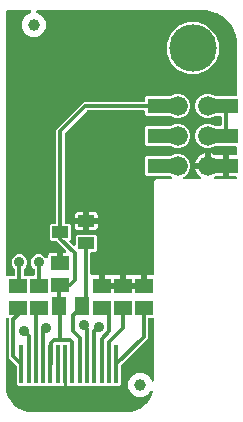
<source format=gbr>
G04 EAGLE Gerber RS-274X export*
G75*
%MOMM*%
%FSLAX34Y34*%
%LPD*%
%INBottom Copper*%
%IPPOS*%
%AMOC8*
5,1,8,0,0,1.08239X$1,22.5*%
G01*
%ADD10C,4.016000*%
%ADD11C,1.676400*%
%ADD12R,2.032000X1.270000*%
%ADD13C,1.000000*%
%ADD14R,0.350000X3.200000*%
%ADD15R,1.500000X1.240000*%
%ADD16R,1.400000X1.000000*%
%ADD17R,1.240000X1.500000*%
%ADD18C,0.906400*%
%ADD19C,0.304800*%

G36*
X100448Y-24774D02*
X100448Y-24774D01*
X100567Y-24767D01*
X100605Y-24754D01*
X100645Y-24749D01*
X100756Y-24705D01*
X100869Y-24669D01*
X100904Y-24647D01*
X100941Y-24632D01*
X101037Y-24562D01*
X101138Y-24499D01*
X101166Y-24469D01*
X101198Y-24445D01*
X101274Y-24354D01*
X101356Y-24267D01*
X101375Y-24232D01*
X101401Y-24200D01*
X101452Y-24093D01*
X101509Y-23989D01*
X101520Y-23949D01*
X101537Y-23913D01*
X101559Y-23796D01*
X101589Y-23681D01*
X101593Y-23620D01*
X101597Y-23600D01*
X101595Y-23580D01*
X101599Y-23520D01*
X101599Y-22249D01*
X101601Y-22249D01*
X101601Y-23520D01*
X101616Y-23638D01*
X101623Y-23757D01*
X101636Y-23795D01*
X101641Y-23835D01*
X101685Y-23946D01*
X101721Y-24059D01*
X101743Y-24094D01*
X101758Y-24131D01*
X101828Y-24227D01*
X101891Y-24328D01*
X101921Y-24356D01*
X101945Y-24388D01*
X102036Y-24464D01*
X102123Y-24546D01*
X102158Y-24565D01*
X102190Y-24591D01*
X102297Y-24642D01*
X102401Y-24699D01*
X102441Y-24710D01*
X102477Y-24727D01*
X102594Y-24749D01*
X102709Y-24779D01*
X102770Y-24783D01*
X102790Y-24787D01*
X102810Y-24785D01*
X102870Y-24789D01*
X118110Y-24789D01*
X118228Y-24774D01*
X118347Y-24767D01*
X118385Y-24754D01*
X118425Y-24749D01*
X118536Y-24705D01*
X118649Y-24669D01*
X118684Y-24647D01*
X118721Y-24632D01*
X118817Y-24562D01*
X118918Y-24499D01*
X118946Y-24469D01*
X118978Y-24445D01*
X119054Y-24354D01*
X119136Y-24267D01*
X119155Y-24232D01*
X119181Y-24200D01*
X119232Y-24093D01*
X119289Y-23989D01*
X119300Y-23949D01*
X119317Y-23913D01*
X119339Y-23796D01*
X119369Y-23681D01*
X119373Y-23620D01*
X119377Y-23600D01*
X119375Y-23580D01*
X119379Y-23520D01*
X119379Y-22249D01*
X120650Y-22249D01*
X120768Y-22234D01*
X120887Y-22227D01*
X120925Y-22214D01*
X120965Y-22209D01*
X121076Y-22165D01*
X121189Y-22129D01*
X121224Y-22107D01*
X121261Y-22092D01*
X121357Y-22022D01*
X121458Y-21959D01*
X121486Y-21929D01*
X121518Y-21905D01*
X121594Y-21814D01*
X121676Y-21727D01*
X121695Y-21692D01*
X121721Y-21660D01*
X121772Y-21553D01*
X121829Y-21449D01*
X121840Y-21409D01*
X121857Y-21373D01*
X121879Y-21256D01*
X121909Y-21141D01*
X121913Y-21080D01*
X121917Y-21060D01*
X121915Y-21040D01*
X121919Y-20980D01*
X121919Y-13509D01*
X127000Y-13509D01*
X127118Y-13494D01*
X127237Y-13487D01*
X127275Y-13474D01*
X127316Y-13469D01*
X127426Y-13426D01*
X127539Y-13389D01*
X127574Y-13367D01*
X127611Y-13352D01*
X127707Y-13283D01*
X127808Y-13219D01*
X127836Y-13189D01*
X127869Y-13166D01*
X127945Y-13074D01*
X128026Y-12987D01*
X128046Y-12952D01*
X128071Y-12921D01*
X128122Y-12813D01*
X128180Y-12709D01*
X128190Y-12669D01*
X128207Y-12633D01*
X128229Y-12516D01*
X128259Y-12401D01*
X128263Y-12341D01*
X128267Y-12321D01*
X128265Y-12300D01*
X128269Y-12240D01*
X128269Y66076D01*
X129758Y67565D01*
X142079Y67565D01*
X142148Y67573D01*
X142218Y67572D01*
X142305Y67593D01*
X142394Y67605D01*
X142459Y67630D01*
X142527Y67647D01*
X142607Y67689D01*
X142690Y67722D01*
X142746Y67763D01*
X142808Y67795D01*
X142875Y67856D01*
X142947Y67908D01*
X142992Y67962D01*
X143043Y68009D01*
X143093Y68084D01*
X143150Y68153D01*
X143180Y68217D01*
X143218Y68275D01*
X143247Y68360D01*
X143286Y68441D01*
X143299Y68510D01*
X143321Y68576D01*
X143329Y68665D01*
X143345Y68753D01*
X143341Y68823D01*
X143347Y68893D01*
X143331Y68981D01*
X143326Y69071D01*
X143304Y69137D01*
X143292Y69206D01*
X143255Y69288D01*
X143228Y69373D01*
X143190Y69432D01*
X143162Y69496D01*
X143106Y69566D01*
X143058Y69642D01*
X143007Y69690D01*
X142963Y69744D01*
X142891Y69798D01*
X142826Y69860D01*
X142765Y69894D01*
X142709Y69936D01*
X142564Y70007D01*
X142183Y70165D01*
X142108Y70240D01*
X142030Y70300D01*
X141957Y70368D01*
X141904Y70397D01*
X141857Y70434D01*
X141766Y70474D01*
X141679Y70522D01*
X141620Y70537D01*
X141565Y70561D01*
X141467Y70576D01*
X141371Y70601D01*
X141271Y70607D01*
X141251Y70611D01*
X141238Y70609D01*
X141210Y70611D01*
X121840Y70611D01*
X120649Y71802D01*
X120649Y86186D01*
X121840Y87377D01*
X141210Y87377D01*
X141309Y87389D01*
X141408Y87392D01*
X141466Y87409D01*
X141526Y87417D01*
X141618Y87453D01*
X141713Y87481D01*
X141765Y87511D01*
X141822Y87534D01*
X141902Y87592D01*
X141987Y87642D01*
X142062Y87708D01*
X142079Y87720D01*
X142087Y87730D01*
X142108Y87748D01*
X142183Y87823D01*
X146010Y89409D01*
X150154Y89409D01*
X153981Y87823D01*
X156911Y84893D01*
X158497Y81066D01*
X158497Y76922D01*
X156911Y73095D01*
X153981Y70165D01*
X153600Y70007D01*
X153539Y69972D01*
X153474Y69946D01*
X153401Y69894D01*
X153323Y69849D01*
X153273Y69801D01*
X153217Y69760D01*
X153159Y69690D01*
X153095Y69628D01*
X153058Y69568D01*
X153014Y69515D01*
X152976Y69433D01*
X152929Y69357D01*
X152908Y69290D01*
X152878Y69227D01*
X152861Y69139D01*
X152835Y69053D01*
X152832Y68983D01*
X152819Y68914D01*
X152824Y68825D01*
X152820Y68735D01*
X152834Y68667D01*
X152838Y68597D01*
X152866Y68512D01*
X152884Y68424D01*
X152915Y68361D01*
X152936Y68295D01*
X152984Y68219D01*
X153024Y68138D01*
X153069Y68085D01*
X153106Y68026D01*
X153172Y67964D01*
X153230Y67896D01*
X153287Y67856D01*
X153338Y67808D01*
X153417Y67765D01*
X153490Y67713D01*
X153555Y67688D01*
X153617Y67654D01*
X153704Y67632D01*
X153788Y67600D01*
X153857Y67592D01*
X153925Y67575D01*
X154085Y67565D01*
X166724Y67565D01*
X166803Y67575D01*
X166883Y67575D01*
X166960Y67595D01*
X167039Y67605D01*
X167113Y67634D01*
X167191Y67654D01*
X167261Y67692D01*
X167335Y67722D01*
X167400Y67768D01*
X167469Y67807D01*
X167528Y67861D01*
X167592Y67908D01*
X167643Y67970D01*
X167701Y68024D01*
X167744Y68092D01*
X167795Y68153D01*
X167829Y68225D01*
X167872Y68293D01*
X167897Y68369D01*
X167931Y68441D01*
X167946Y68519D01*
X167970Y68595D01*
X167976Y68675D01*
X167991Y68753D01*
X167986Y68833D01*
X167991Y68913D01*
X167976Y68991D01*
X167971Y69071D01*
X167946Y69147D01*
X167931Y69225D01*
X167897Y69297D01*
X167873Y69373D01*
X167830Y69441D01*
X167796Y69513D01*
X167745Y69574D01*
X167703Y69642D01*
X167645Y69697D01*
X167594Y69758D01*
X167472Y69859D01*
X167471Y69860D01*
X167470Y69861D01*
X166366Y70663D01*
X165151Y71878D01*
X164140Y73269D01*
X163359Y74801D01*
X162828Y76436D01*
X162819Y76495D01*
X172252Y76495D01*
X172370Y76510D01*
X172489Y76517D01*
X172527Y76529D01*
X172567Y76535D01*
X172678Y76578D01*
X172791Y76615D01*
X172825Y76637D01*
X172863Y76652D01*
X172959Y76721D01*
X173060Y76785D01*
X173088Y76815D01*
X173120Y76838D01*
X173196Y76930D01*
X173278Y77017D01*
X173297Y77052D01*
X173323Y77083D01*
X173374Y77191D01*
X173431Y77295D01*
X173441Y77335D01*
X173459Y77371D01*
X173479Y77478D01*
X173483Y77448D01*
X173527Y77338D01*
X173563Y77225D01*
X173585Y77190D01*
X173600Y77153D01*
X173670Y77056D01*
X173733Y76956D01*
X173763Y76928D01*
X173787Y76895D01*
X173878Y76819D01*
X173965Y76738D01*
X174000Y76718D01*
X174032Y76693D01*
X174139Y76642D01*
X174244Y76584D01*
X174283Y76574D01*
X174319Y76557D01*
X174436Y76535D01*
X174552Y76505D01*
X174612Y76501D01*
X174632Y76497D01*
X174652Y76499D01*
X174712Y76495D01*
X185321Y76495D01*
X185346Y76486D01*
X185406Y76480D01*
X185464Y76465D01*
X185625Y76455D01*
X186183Y76455D01*
X186183Y70103D01*
X180240Y70103D01*
X180186Y70096D01*
X180132Y70099D01*
X180029Y70077D01*
X179925Y70063D01*
X179874Y70043D01*
X179821Y70032D01*
X179673Y69969D01*
X179672Y69969D01*
X179652Y69955D01*
X179629Y69946D01*
X179520Y69867D01*
X179408Y69792D01*
X179392Y69774D01*
X179372Y69760D01*
X179286Y69656D01*
X179196Y69556D01*
X179185Y69534D01*
X179169Y69515D01*
X179112Y69393D01*
X179049Y69273D01*
X179044Y69249D01*
X179033Y69227D01*
X179008Y69095D01*
X178977Y68964D01*
X178978Y68939D01*
X178973Y68914D01*
X178982Y68780D01*
X178985Y68646D01*
X178992Y68622D01*
X178993Y68597D01*
X179035Y68469D01*
X179071Y68340D01*
X179084Y68318D01*
X179091Y68295D01*
X179163Y68181D01*
X179231Y68064D01*
X179248Y68047D01*
X179261Y68026D01*
X179359Y67934D01*
X179454Y67838D01*
X179475Y67825D01*
X179493Y67808D01*
X179611Y67743D01*
X179726Y67673D01*
X179750Y67666D01*
X179771Y67654D01*
X179902Y67621D01*
X180031Y67582D01*
X180055Y67581D01*
X180079Y67575D01*
X180240Y67565D01*
X196850Y67565D01*
X196968Y67580D01*
X197087Y67587D01*
X197125Y67600D01*
X197166Y67605D01*
X197276Y67648D01*
X197389Y67685D01*
X197424Y67707D01*
X197461Y67722D01*
X197557Y67791D01*
X197658Y67855D01*
X197686Y67885D01*
X197719Y67908D01*
X197795Y68000D01*
X197876Y68087D01*
X197896Y68122D01*
X197921Y68153D01*
X197972Y68261D01*
X198030Y68365D01*
X198040Y68405D01*
X198057Y68441D01*
X198079Y68558D01*
X198109Y68673D01*
X198113Y68734D01*
X198117Y68754D01*
X198115Y68774D01*
X198119Y68834D01*
X198104Y68952D01*
X198097Y69071D01*
X198084Y69109D01*
X198079Y69150D01*
X198036Y69260D01*
X197999Y69373D01*
X197977Y69408D01*
X197962Y69445D01*
X197893Y69541D01*
X197829Y69642D01*
X197799Y69670D01*
X197776Y69703D01*
X197684Y69779D01*
X197597Y69860D01*
X197562Y69880D01*
X197531Y69905D01*
X197423Y69956D01*
X197319Y70014D01*
X197279Y70024D01*
X197243Y70041D01*
X197126Y70063D01*
X197011Y70093D01*
X196951Y70097D01*
X196931Y70101D01*
X196910Y70099D01*
X196850Y70103D01*
X191261Y70103D01*
X191261Y77724D01*
X191246Y77842D01*
X191239Y77961D01*
X191226Y77999D01*
X191221Y78039D01*
X191177Y78150D01*
X191141Y78263D01*
X191119Y78298D01*
X191104Y78335D01*
X191034Y78431D01*
X190971Y78532D01*
X190941Y78560D01*
X190917Y78592D01*
X190826Y78668D01*
X190739Y78750D01*
X190704Y78769D01*
X190672Y78795D01*
X190565Y78846D01*
X190461Y78903D01*
X190421Y78914D01*
X190385Y78931D01*
X190268Y78953D01*
X190153Y78983D01*
X190092Y78987D01*
X190072Y78991D01*
X190052Y78989D01*
X189992Y78993D01*
X188721Y78993D01*
X188721Y78995D01*
X189992Y78995D01*
X190110Y79010D01*
X190229Y79017D01*
X190267Y79030D01*
X190307Y79035D01*
X190418Y79079D01*
X190531Y79115D01*
X190566Y79137D01*
X190603Y79152D01*
X190699Y79222D01*
X190800Y79285D01*
X190828Y79315D01*
X190860Y79339D01*
X190936Y79430D01*
X191018Y79517D01*
X191037Y79552D01*
X191063Y79584D01*
X191114Y79691D01*
X191171Y79795D01*
X191182Y79835D01*
X191199Y79871D01*
X191221Y79988D01*
X191251Y80103D01*
X191255Y80164D01*
X191259Y80184D01*
X191257Y80204D01*
X191261Y80264D01*
X191261Y87885D01*
X196850Y87885D01*
X196968Y87900D01*
X197087Y87907D01*
X197125Y87920D01*
X197166Y87925D01*
X197276Y87968D01*
X197389Y88005D01*
X197424Y88027D01*
X197461Y88042D01*
X197557Y88111D01*
X197658Y88175D01*
X197686Y88205D01*
X197719Y88228D01*
X197795Y88320D01*
X197876Y88407D01*
X197896Y88442D01*
X197921Y88473D01*
X197972Y88581D01*
X198030Y88685D01*
X198040Y88725D01*
X198057Y88761D01*
X198079Y88878D01*
X198109Y88993D01*
X198113Y89053D01*
X198117Y89073D01*
X198115Y89094D01*
X198119Y89154D01*
X198119Y94742D01*
X198104Y94860D01*
X198097Y94979D01*
X198084Y95017D01*
X198079Y95058D01*
X198036Y95168D01*
X197999Y95281D01*
X197977Y95316D01*
X197962Y95353D01*
X197893Y95449D01*
X197829Y95550D01*
X197799Y95578D01*
X197776Y95611D01*
X197684Y95687D01*
X197597Y95768D01*
X197562Y95788D01*
X197531Y95813D01*
X197423Y95864D01*
X197319Y95922D01*
X197279Y95932D01*
X197243Y95949D01*
X197126Y95971D01*
X197011Y96001D01*
X196951Y96005D01*
X196931Y96009D01*
X196910Y96007D01*
X196850Y96011D01*
X180354Y96011D01*
X180255Y95999D01*
X180156Y95996D01*
X180098Y95979D01*
X180038Y95971D01*
X179946Y95935D01*
X179851Y95907D01*
X179799Y95877D01*
X179742Y95854D01*
X179662Y95796D01*
X179577Y95746D01*
X179502Y95680D01*
X179485Y95668D01*
X179477Y95658D01*
X179456Y95640D01*
X179381Y95565D01*
X175554Y93979D01*
X171410Y93979D01*
X167583Y95565D01*
X164653Y98495D01*
X163067Y102322D01*
X163067Y106466D01*
X164653Y110293D01*
X167583Y113223D01*
X171410Y114809D01*
X175554Y114809D01*
X179381Y113223D01*
X179456Y113148D01*
X179534Y113088D01*
X179607Y113020D01*
X179660Y112991D01*
X179707Y112954D01*
X179798Y112914D01*
X179885Y112866D01*
X179944Y112851D01*
X179999Y112827D01*
X180097Y112812D01*
X180193Y112787D01*
X180293Y112781D01*
X180313Y112777D01*
X180326Y112779D01*
X180354Y112777D01*
X183896Y112777D01*
X184014Y112792D01*
X184133Y112799D01*
X184171Y112812D01*
X184212Y112817D01*
X184322Y112860D01*
X184435Y112897D01*
X184470Y112919D01*
X184507Y112934D01*
X184603Y113003D01*
X184704Y113067D01*
X184732Y113097D01*
X184765Y113120D01*
X184841Y113212D01*
X184922Y113299D01*
X184942Y113334D01*
X184967Y113365D01*
X185018Y113473D01*
X185076Y113577D01*
X185086Y113617D01*
X185103Y113653D01*
X185125Y113770D01*
X185155Y113885D01*
X185159Y113945D01*
X185163Y113965D01*
X185161Y113986D01*
X185165Y114046D01*
X185165Y120142D01*
X185150Y120260D01*
X185143Y120379D01*
X185130Y120417D01*
X185125Y120458D01*
X185082Y120568D01*
X185045Y120681D01*
X185023Y120716D01*
X185008Y120753D01*
X184939Y120849D01*
X184875Y120950D01*
X184845Y120978D01*
X184822Y121011D01*
X184730Y121087D01*
X184643Y121168D01*
X184608Y121188D01*
X184577Y121213D01*
X184469Y121264D01*
X184365Y121322D01*
X184325Y121332D01*
X184289Y121349D01*
X184172Y121371D01*
X184057Y121401D01*
X183997Y121405D01*
X183977Y121409D01*
X183956Y121407D01*
X183896Y121411D01*
X180354Y121411D01*
X180255Y121399D01*
X180156Y121396D01*
X180098Y121379D01*
X180038Y121371D01*
X179946Y121335D01*
X179851Y121307D01*
X179799Y121277D01*
X179742Y121254D01*
X179662Y121196D01*
X179577Y121146D01*
X179502Y121080D01*
X179485Y121068D01*
X179477Y121058D01*
X179456Y121040D01*
X179381Y120965D01*
X175554Y119379D01*
X171410Y119379D01*
X167583Y120965D01*
X164653Y123895D01*
X163067Y127722D01*
X163067Y131866D01*
X164653Y135693D01*
X167583Y138623D01*
X171410Y140209D01*
X175554Y140209D01*
X179381Y138623D01*
X179456Y138548D01*
X179534Y138488D01*
X179607Y138420D01*
X179660Y138391D01*
X179707Y138354D01*
X179798Y138314D01*
X179885Y138266D01*
X179944Y138251D01*
X179999Y138227D01*
X180097Y138212D01*
X180193Y138187D01*
X180293Y138181D01*
X180313Y138177D01*
X180326Y138179D01*
X180354Y138177D01*
X196850Y138177D01*
X196968Y138192D01*
X197087Y138199D01*
X197125Y138212D01*
X197166Y138217D01*
X197276Y138260D01*
X197389Y138297D01*
X197424Y138319D01*
X197461Y138334D01*
X197557Y138403D01*
X197658Y138467D01*
X197686Y138497D01*
X197719Y138520D01*
X197795Y138612D01*
X197876Y138699D01*
X197896Y138734D01*
X197921Y138765D01*
X197972Y138873D01*
X198030Y138977D01*
X198040Y139017D01*
X198057Y139053D01*
X198079Y139170D01*
X198109Y139285D01*
X198113Y139345D01*
X198117Y139365D01*
X198115Y139386D01*
X198119Y139446D01*
X198119Y185184D01*
X198116Y185206D01*
X198118Y185228D01*
X198103Y185389D01*
X197440Y189455D01*
X197420Y189521D01*
X197410Y189589D01*
X197357Y189742D01*
X194116Y197466D01*
X194057Y197569D01*
X194004Y197676D01*
X193967Y197724D01*
X193957Y197742D01*
X193943Y197756D01*
X193907Y197804D01*
X188437Y204149D01*
X188349Y204229D01*
X188266Y204313D01*
X188216Y204348D01*
X188201Y204362D01*
X188183Y204371D01*
X188134Y204405D01*
X180971Y208750D01*
X180863Y208798D01*
X180757Y208853D01*
X180699Y208871D01*
X180680Y208879D01*
X180660Y208883D01*
X180603Y208900D01*
X172449Y210818D01*
X172380Y210825D01*
X172313Y210842D01*
X172152Y210852D01*
X169231Y210838D01*
X169135Y210826D01*
X169039Y210823D01*
X169027Y210819D01*
X167799Y210819D01*
X167777Y210817D01*
X167693Y210815D01*
X166702Y210732D01*
X166604Y210758D01*
X166496Y210794D01*
X166450Y210797D01*
X166405Y210809D01*
X166244Y210819D01*
X29344Y210819D01*
X29200Y210801D01*
X29055Y210786D01*
X29042Y210781D01*
X29029Y210779D01*
X28894Y210726D01*
X28757Y210675D01*
X28746Y210667D01*
X28733Y210662D01*
X28616Y210577D01*
X28496Y210494D01*
X28487Y210483D01*
X28476Y210476D01*
X28383Y210364D01*
X28288Y210253D01*
X28282Y210241D01*
X28273Y210231D01*
X28211Y210099D01*
X28146Y209968D01*
X28143Y209955D01*
X28138Y209943D01*
X28110Y209801D01*
X28080Y209657D01*
X28080Y209644D01*
X28078Y209631D01*
X28087Y209486D01*
X28093Y209340D01*
X28097Y209327D01*
X28098Y209313D01*
X28142Y209175D01*
X28184Y209035D01*
X28191Y209023D01*
X28196Y209011D01*
X28273Y208888D01*
X28349Y208763D01*
X28359Y208753D01*
X28366Y208742D01*
X28472Y208642D01*
X28576Y208540D01*
X28591Y208530D01*
X28597Y208524D01*
X28612Y208516D01*
X28710Y208451D01*
X33483Y205695D01*
X36163Y201054D01*
X36163Y195694D01*
X33483Y191053D01*
X28842Y188373D01*
X23482Y188373D01*
X18841Y191053D01*
X16161Y195694D01*
X16161Y201054D01*
X18841Y205695D01*
X23614Y208451D01*
X23730Y208539D01*
X23848Y208624D01*
X23857Y208635D01*
X23867Y208643D01*
X23958Y208757D01*
X24051Y208869D01*
X24057Y208882D01*
X24065Y208892D01*
X24125Y209026D01*
X24186Y209157D01*
X24189Y209170D01*
X24194Y209183D01*
X24219Y209326D01*
X24246Y209470D01*
X24245Y209483D01*
X24248Y209496D01*
X24235Y209642D01*
X24226Y209787D01*
X24222Y209800D01*
X24221Y209813D01*
X24173Y209951D01*
X24128Y210089D01*
X24121Y210101D01*
X24117Y210114D01*
X24036Y210235D01*
X23958Y210358D01*
X23948Y210367D01*
X23941Y210379D01*
X23833Y210476D01*
X23727Y210576D01*
X23715Y210583D01*
X23705Y210592D01*
X23576Y210659D01*
X23448Y210730D01*
X23435Y210733D01*
X23423Y210739D01*
X23281Y210773D01*
X23140Y210809D01*
X23122Y210810D01*
X23114Y210812D01*
X23096Y210812D01*
X22980Y210819D01*
X3810Y210819D01*
X3692Y210804D01*
X3573Y210797D01*
X3535Y210784D01*
X3494Y210779D01*
X3384Y210736D01*
X3271Y210699D01*
X3236Y210677D01*
X3199Y210662D01*
X3103Y210593D01*
X3002Y210529D01*
X2974Y210499D01*
X2941Y210476D01*
X2865Y210384D01*
X2784Y210297D01*
X2764Y210262D01*
X2739Y210231D01*
X2688Y210123D01*
X2630Y210019D01*
X2620Y209979D01*
X2603Y209943D01*
X2581Y209826D01*
X2551Y209711D01*
X2547Y209651D01*
X2543Y209631D01*
X2545Y209610D01*
X2541Y209550D01*
X2541Y-12770D01*
X2558Y-12909D01*
X2571Y-13048D01*
X2578Y-13066D01*
X2581Y-13086D01*
X2632Y-13216D01*
X2679Y-13347D01*
X2690Y-13363D01*
X2698Y-13382D01*
X2779Y-13494D01*
X2858Y-13610D01*
X2873Y-13623D01*
X2884Y-13639D01*
X2992Y-13728D01*
X3097Y-13820D01*
X3114Y-13829D01*
X3129Y-13842D01*
X3255Y-13901D01*
X3380Y-13964D01*
X3399Y-13969D01*
X3417Y-13977D01*
X3554Y-14003D01*
X3690Y-14034D01*
X3710Y-14033D01*
X3729Y-14037D01*
X3868Y-14028D01*
X4008Y-14024D01*
X4027Y-14018D01*
X4047Y-14017D01*
X9144Y-14017D01*
X9262Y-14002D01*
X9381Y-13995D01*
X9419Y-13982D01*
X9460Y-13977D01*
X9570Y-13934D01*
X9683Y-13897D01*
X9718Y-13875D01*
X9755Y-13860D01*
X9851Y-13791D01*
X9952Y-13727D01*
X9980Y-13697D01*
X10013Y-13674D01*
X10089Y-13582D01*
X10170Y-13495D01*
X10190Y-13460D01*
X10215Y-13429D01*
X10266Y-13321D01*
X10324Y-13217D01*
X10334Y-13177D01*
X10351Y-13141D01*
X10373Y-13024D01*
X10403Y-12909D01*
X10407Y-12849D01*
X10411Y-12829D01*
X10409Y-12808D01*
X10413Y-12748D01*
X10413Y-8793D01*
X10401Y-8695D01*
X10398Y-8596D01*
X10381Y-8538D01*
X10373Y-8477D01*
X10337Y-8385D01*
X10309Y-8290D01*
X10279Y-8238D01*
X10256Y-8182D01*
X10198Y-8102D01*
X10148Y-8016D01*
X10082Y-7941D01*
X10070Y-7924D01*
X10060Y-7917D01*
X10042Y-7895D01*
X8405Y-6259D01*
X7405Y-3846D01*
X7405Y-1234D01*
X8405Y1179D01*
X10251Y3025D01*
X12664Y4025D01*
X15276Y4025D01*
X17689Y3025D01*
X19535Y1179D01*
X20535Y-1234D01*
X20535Y-3846D01*
X19535Y-6259D01*
X17898Y-7895D01*
X17838Y-7974D01*
X17770Y-8046D01*
X17741Y-8099D01*
X17704Y-8147D01*
X17664Y-8238D01*
X17616Y-8324D01*
X17601Y-8383D01*
X17577Y-8439D01*
X17562Y-8537D01*
X17537Y-8632D01*
X17531Y-8732D01*
X17527Y-8753D01*
X17529Y-8765D01*
X17527Y-8793D01*
X17527Y-12748D01*
X17542Y-12866D01*
X17549Y-12985D01*
X17562Y-13023D01*
X17567Y-13064D01*
X17610Y-13174D01*
X17647Y-13287D01*
X17669Y-13322D01*
X17684Y-13359D01*
X17753Y-13455D01*
X17817Y-13556D01*
X17847Y-13584D01*
X17870Y-13617D01*
X17962Y-13693D01*
X18049Y-13774D01*
X18084Y-13794D01*
X18115Y-13819D01*
X18223Y-13870D01*
X18327Y-13928D01*
X18367Y-13938D01*
X18403Y-13955D01*
X18520Y-13977D01*
X18635Y-14007D01*
X18695Y-14011D01*
X18715Y-14015D01*
X18736Y-14013D01*
X18796Y-14017D01*
X21396Y-14017D01*
X21469Y-14034D01*
X21509Y-14033D01*
X21549Y-14039D01*
X21668Y-14028D01*
X21787Y-14024D01*
X21811Y-14017D01*
X25654Y-14017D01*
X25772Y-14002D01*
X25891Y-13995D01*
X25929Y-13982D01*
X25970Y-13977D01*
X26080Y-13934D01*
X26193Y-13897D01*
X26228Y-13875D01*
X26265Y-13860D01*
X26361Y-13791D01*
X26462Y-13727D01*
X26490Y-13697D01*
X26523Y-13674D01*
X26599Y-13582D01*
X26680Y-13495D01*
X26700Y-13460D01*
X26725Y-13429D01*
X26776Y-13321D01*
X26834Y-13217D01*
X26844Y-13177D01*
X26861Y-13141D01*
X26883Y-13024D01*
X26913Y-12909D01*
X26917Y-12849D01*
X26921Y-12829D01*
X26919Y-12808D01*
X26923Y-12748D01*
X26923Y-8793D01*
X26911Y-8695D01*
X26908Y-8596D01*
X26891Y-8538D01*
X26883Y-8477D01*
X26847Y-8385D01*
X26819Y-8290D01*
X26789Y-8238D01*
X26766Y-8182D01*
X26708Y-8102D01*
X26658Y-8016D01*
X26592Y-7941D01*
X26580Y-7924D01*
X26570Y-7917D01*
X26552Y-7895D01*
X24915Y-6259D01*
X23915Y-3846D01*
X23915Y-1234D01*
X24915Y1179D01*
X26761Y3025D01*
X29174Y4025D01*
X31786Y4025D01*
X34199Y3025D01*
X36053Y1171D01*
X36162Y1086D01*
X36269Y998D01*
X36288Y989D01*
X36304Y976D01*
X36432Y921D01*
X36557Y862D01*
X36577Y858D01*
X36596Y850D01*
X36734Y828D01*
X36870Y802D01*
X36890Y803D01*
X36910Y800D01*
X37049Y813D01*
X37187Y822D01*
X37206Y828D01*
X37226Y830D01*
X37358Y877D01*
X37489Y920D01*
X37507Y931D01*
X37526Y938D01*
X37641Y1016D01*
X37758Y1090D01*
X37772Y1105D01*
X37789Y1116D01*
X37881Y1221D01*
X37976Y1322D01*
X37986Y1339D01*
X37999Y1355D01*
X38063Y1479D01*
X38130Y1600D01*
X38135Y1620D01*
X38144Y1638D01*
X38174Y1774D01*
X38209Y1908D01*
X38211Y1936D01*
X38214Y1948D01*
X38213Y1969D01*
X38219Y2069D01*
X38219Y3334D01*
X38392Y3981D01*
X38727Y4560D01*
X39200Y5033D01*
X39779Y5368D01*
X40426Y5541D01*
X45721Y5541D01*
X45721Y-1930D01*
X45736Y-2048D01*
X45743Y-2167D01*
X45756Y-2205D01*
X45761Y-2245D01*
X45804Y-2356D01*
X45841Y-2469D01*
X45863Y-2504D01*
X45878Y-2541D01*
X45948Y-2637D01*
X46011Y-2738D01*
X46041Y-2766D01*
X46065Y-2798D01*
X46156Y-2874D01*
X46243Y-2956D01*
X46278Y-2975D01*
X46309Y-3001D01*
X46417Y-3052D01*
X46521Y-3109D01*
X46561Y-3120D01*
X46597Y-3137D01*
X46714Y-3159D01*
X46829Y-3189D01*
X46890Y-3193D01*
X46910Y-3197D01*
X46930Y-3195D01*
X46990Y-3199D01*
X49530Y-3199D01*
X49648Y-3184D01*
X49767Y-3177D01*
X49805Y-3164D01*
X49845Y-3159D01*
X49956Y-3115D01*
X50069Y-3079D01*
X50104Y-3057D01*
X50141Y-3042D01*
X50237Y-2972D01*
X50338Y-2909D01*
X50366Y-2879D01*
X50398Y-2855D01*
X50474Y-2764D01*
X50556Y-2677D01*
X50575Y-2642D01*
X50601Y-2610D01*
X50652Y-2503D01*
X50709Y-2399D01*
X50720Y-2359D01*
X50737Y-2323D01*
X50759Y-2206D01*
X50789Y-2091D01*
X50793Y-2030D01*
X50797Y-2010D01*
X50795Y-1990D01*
X50799Y-1930D01*
X50799Y5541D01*
X52405Y5541D01*
X52543Y5558D01*
X52681Y5571D01*
X52701Y5578D01*
X52721Y5581D01*
X52850Y5632D01*
X52981Y5679D01*
X52998Y5690D01*
X53016Y5698D01*
X53129Y5779D01*
X53244Y5857D01*
X53257Y5873D01*
X53274Y5884D01*
X53362Y5992D01*
X53454Y6096D01*
X53464Y6114D01*
X53476Y6129D01*
X53536Y6255D01*
X53599Y6379D01*
X53603Y6399D01*
X53612Y6417D01*
X53638Y6553D01*
X53669Y6689D01*
X53668Y6710D01*
X53672Y6729D01*
X53663Y6868D01*
X53659Y7007D01*
X53653Y7027D01*
X53652Y7047D01*
X53609Y7179D01*
X53571Y7313D01*
X53560Y7330D01*
X53554Y7349D01*
X53480Y7467D01*
X53409Y7587D01*
X53390Y7608D01*
X53384Y7618D01*
X53369Y7632D01*
X53303Y7707D01*
X47589Y13422D01*
X47588Y13422D01*
X45555Y15456D01*
X45476Y15516D01*
X45404Y15584D01*
X45351Y15613D01*
X45303Y15650D01*
X45212Y15690D01*
X45126Y15738D01*
X45067Y15753D01*
X45011Y15777D01*
X44913Y15792D01*
X44818Y15817D01*
X44718Y15823D01*
X44697Y15827D01*
X44685Y15825D01*
X44657Y15827D01*
X40848Y15827D01*
X39657Y17018D01*
X39657Y28702D01*
X40848Y29893D01*
X43864Y29893D01*
X43982Y29908D01*
X44101Y29915D01*
X44139Y29928D01*
X44180Y29933D01*
X44290Y29976D01*
X44403Y30013D01*
X44438Y30035D01*
X44475Y30050D01*
X44571Y30119D01*
X44672Y30183D01*
X44700Y30213D01*
X44733Y30236D01*
X44809Y30328D01*
X44890Y30415D01*
X44910Y30450D01*
X44935Y30481D01*
X44986Y30589D01*
X45044Y30693D01*
X45054Y30733D01*
X45071Y30769D01*
X45093Y30886D01*
X45123Y31001D01*
X45127Y31061D01*
X45131Y31081D01*
X45129Y31102D01*
X45133Y31162D01*
X45133Y109853D01*
X68377Y133097D01*
X119380Y133097D01*
X119498Y133112D01*
X119617Y133119D01*
X119655Y133132D01*
X119696Y133137D01*
X119806Y133180D01*
X119919Y133217D01*
X119954Y133239D01*
X119991Y133254D01*
X120087Y133323D01*
X120188Y133387D01*
X120216Y133417D01*
X120249Y133440D01*
X120325Y133532D01*
X120406Y133619D01*
X120426Y133654D01*
X120451Y133685D01*
X120502Y133793D01*
X120560Y133897D01*
X120570Y133937D01*
X120587Y133973D01*
X120609Y134090D01*
X120639Y134205D01*
X120643Y134265D01*
X120647Y134285D01*
X120645Y134306D01*
X120649Y134366D01*
X120649Y136986D01*
X121840Y138177D01*
X141210Y138177D01*
X141309Y138189D01*
X141408Y138192D01*
X141466Y138209D01*
X141526Y138217D01*
X141618Y138253D01*
X141713Y138281D01*
X141765Y138311D01*
X141822Y138334D01*
X141902Y138392D01*
X141987Y138442D01*
X142062Y138508D01*
X142079Y138520D01*
X142087Y138530D01*
X142108Y138548D01*
X142183Y138623D01*
X146010Y140209D01*
X150154Y140209D01*
X153981Y138623D01*
X156911Y135693D01*
X158497Y131866D01*
X158497Y127722D01*
X156911Y123895D01*
X153981Y120965D01*
X150154Y119379D01*
X146010Y119379D01*
X142183Y120965D01*
X142108Y121040D01*
X142030Y121100D01*
X141957Y121168D01*
X141904Y121197D01*
X141857Y121234D01*
X141766Y121274D01*
X141679Y121322D01*
X141620Y121337D01*
X141565Y121361D01*
X141467Y121376D01*
X141371Y121401D01*
X141271Y121407D01*
X141251Y121411D01*
X141238Y121409D01*
X141210Y121411D01*
X121840Y121411D01*
X120649Y122602D01*
X120649Y124714D01*
X120634Y124832D01*
X120627Y124951D01*
X120614Y124989D01*
X120609Y125030D01*
X120566Y125140D01*
X120529Y125253D01*
X120507Y125288D01*
X120492Y125325D01*
X120423Y125421D01*
X120359Y125522D01*
X120329Y125550D01*
X120306Y125583D01*
X120214Y125659D01*
X120127Y125740D01*
X120092Y125760D01*
X120061Y125785D01*
X119953Y125836D01*
X119849Y125894D01*
X119809Y125904D01*
X119773Y125921D01*
X119656Y125943D01*
X119541Y125973D01*
X119481Y125977D01*
X119461Y125981D01*
X119440Y125979D01*
X119380Y125983D01*
X71849Y125983D01*
X71751Y125971D01*
X71652Y125968D01*
X71594Y125951D01*
X71533Y125943D01*
X71441Y125907D01*
X71346Y125879D01*
X71294Y125849D01*
X71238Y125826D01*
X71158Y125768D01*
X71072Y125718D01*
X70997Y125652D01*
X70980Y125640D01*
X70973Y125630D01*
X70951Y125612D01*
X52618Y107279D01*
X52558Y107200D01*
X52490Y107128D01*
X52461Y107075D01*
X52424Y107027D01*
X52384Y106936D01*
X52336Y106850D01*
X52321Y106791D01*
X52297Y106735D01*
X52282Y106637D01*
X52257Y106542D01*
X52251Y106442D01*
X52247Y106421D01*
X52249Y106409D01*
X52247Y106381D01*
X52247Y31162D01*
X52262Y31044D01*
X52269Y30925D01*
X52282Y30887D01*
X52287Y30846D01*
X52330Y30736D01*
X52367Y30623D01*
X52389Y30588D01*
X52404Y30551D01*
X52473Y30455D01*
X52537Y30354D01*
X52567Y30326D01*
X52590Y30293D01*
X52682Y30217D01*
X52769Y30136D01*
X52804Y30116D01*
X52835Y30091D01*
X52943Y30040D01*
X53047Y29982D01*
X53087Y29972D01*
X53123Y29955D01*
X53240Y29933D01*
X53355Y29903D01*
X53415Y29899D01*
X53435Y29895D01*
X53456Y29897D01*
X53516Y29893D01*
X56532Y29893D01*
X57723Y28702D01*
X57723Y17018D01*
X56785Y16080D01*
X56712Y15986D01*
X56633Y15897D01*
X56615Y15861D01*
X56590Y15829D01*
X56543Y15719D01*
X56488Y15614D01*
X56480Y15574D01*
X56464Y15537D01*
X56445Y15419D01*
X56419Y15303D01*
X56420Y15263D01*
X56414Y15223D01*
X56425Y15104D01*
X56428Y14985D01*
X56440Y14947D01*
X56444Y14906D01*
X56484Y14794D01*
X56517Y14680D01*
X56537Y14645D01*
X56551Y14607D01*
X56618Y14509D01*
X56678Y14406D01*
X56718Y14361D01*
X56730Y14344D01*
X56745Y14330D01*
X56785Y14285D01*
X59491Y11579D01*
X59600Y11494D01*
X59707Y11406D01*
X59726Y11397D01*
X59742Y11384D01*
X59870Y11329D01*
X59995Y11270D01*
X60015Y11266D01*
X60034Y11258D01*
X60172Y11236D01*
X60308Y11210D01*
X60328Y11211D01*
X60348Y11208D01*
X60487Y11221D01*
X60625Y11230D01*
X60644Y11236D01*
X60664Y11238D01*
X60796Y11285D01*
X60927Y11328D01*
X60945Y11339D01*
X60964Y11346D01*
X61079Y11424D01*
X61196Y11498D01*
X61210Y11513D01*
X61227Y11524D01*
X61319Y11628D01*
X61414Y11730D01*
X61424Y11748D01*
X61437Y11763D01*
X61501Y11887D01*
X61568Y12008D01*
X61573Y12028D01*
X61582Y12046D01*
X61612Y12182D01*
X61647Y12316D01*
X61649Y12344D01*
X61652Y12356D01*
X61651Y12377D01*
X61657Y12477D01*
X61657Y19202D01*
X62848Y20393D01*
X78532Y20393D01*
X79723Y19202D01*
X79723Y7518D01*
X78532Y6327D01*
X75516Y6327D01*
X75398Y6312D01*
X75279Y6305D01*
X75241Y6292D01*
X75200Y6287D01*
X75090Y6244D01*
X74977Y6207D01*
X74942Y6185D01*
X74905Y6170D01*
X74809Y6101D01*
X74708Y6037D01*
X74680Y6007D01*
X74647Y5984D01*
X74571Y5892D01*
X74490Y5805D01*
X74470Y5770D01*
X74445Y5739D01*
X74394Y5631D01*
X74336Y5527D01*
X74326Y5487D01*
X74309Y5451D01*
X74287Y5334D01*
X74257Y5219D01*
X74253Y5159D01*
X74249Y5139D01*
X74251Y5118D01*
X74247Y5058D01*
X74247Y-12321D01*
X74262Y-12446D01*
X74272Y-12571D01*
X74282Y-12603D01*
X74287Y-12637D01*
X74333Y-12754D01*
X74373Y-12873D01*
X74391Y-12901D01*
X74404Y-12932D01*
X74478Y-13034D01*
X74546Y-13139D01*
X74571Y-13162D01*
X74590Y-13190D01*
X74687Y-13270D01*
X74780Y-13355D01*
X74809Y-13371D01*
X74835Y-13392D01*
X74949Y-13446D01*
X75060Y-13506D01*
X75093Y-13514D01*
X75123Y-13528D01*
X75247Y-13552D01*
X75369Y-13582D01*
X75402Y-13581D01*
X75435Y-13588D01*
X75561Y-13580D01*
X75687Y-13579D01*
X75735Y-13569D01*
X75753Y-13568D01*
X75773Y-13561D01*
X75844Y-13547D01*
X75985Y-13509D01*
X81281Y-13509D01*
X81281Y-20980D01*
X81296Y-21098D01*
X81303Y-21217D01*
X81316Y-21255D01*
X81321Y-21295D01*
X81364Y-21406D01*
X81401Y-21519D01*
X81423Y-21554D01*
X81438Y-21591D01*
X81508Y-21687D01*
X81571Y-21788D01*
X81601Y-21816D01*
X81625Y-21848D01*
X81716Y-21924D01*
X81803Y-22006D01*
X81838Y-22025D01*
X81869Y-22051D01*
X81977Y-22102D01*
X82081Y-22159D01*
X82121Y-22170D01*
X82157Y-22187D01*
X82274Y-22209D01*
X82389Y-22239D01*
X82450Y-22243D01*
X82470Y-22247D01*
X82490Y-22245D01*
X82550Y-22249D01*
X83821Y-22249D01*
X83821Y-23520D01*
X83836Y-23638D01*
X83843Y-23757D01*
X83856Y-23795D01*
X83861Y-23835D01*
X83905Y-23946D01*
X83941Y-24059D01*
X83963Y-24094D01*
X83978Y-24131D01*
X84048Y-24227D01*
X84111Y-24328D01*
X84141Y-24356D01*
X84165Y-24388D01*
X84256Y-24464D01*
X84343Y-24546D01*
X84378Y-24565D01*
X84410Y-24591D01*
X84517Y-24642D01*
X84621Y-24699D01*
X84661Y-24710D01*
X84697Y-24727D01*
X84814Y-24749D01*
X84929Y-24779D01*
X84990Y-24783D01*
X85010Y-24787D01*
X85030Y-24785D01*
X85090Y-24789D01*
X100330Y-24789D01*
X100448Y-24774D01*
G37*
G36*
X105432Y-129283D02*
X105432Y-129283D01*
X105510Y-129281D01*
X108887Y-129016D01*
X108955Y-129002D01*
X109024Y-128997D01*
X109180Y-128957D01*
X115604Y-126870D01*
X115711Y-126820D01*
X115822Y-126776D01*
X115873Y-126743D01*
X115892Y-126735D01*
X115907Y-126722D01*
X115958Y-126690D01*
X121422Y-122719D01*
X121509Y-122638D01*
X121556Y-122599D01*
X121562Y-122595D01*
X121563Y-122594D01*
X121601Y-122562D01*
X121639Y-122516D01*
X121654Y-122502D01*
X121665Y-122484D01*
X121703Y-122438D01*
X125674Y-116974D01*
X125731Y-116870D01*
X125795Y-116770D01*
X125817Y-116713D01*
X125827Y-116695D01*
X125832Y-116675D01*
X125854Y-116620D01*
X127090Y-112815D01*
X127095Y-112789D01*
X127106Y-112764D01*
X127125Y-112633D01*
X127150Y-112503D01*
X127148Y-112476D01*
X127152Y-112450D01*
X127138Y-112318D01*
X127130Y-112185D01*
X127122Y-112160D01*
X127119Y-112134D01*
X127073Y-112009D01*
X127032Y-111883D01*
X127017Y-111860D01*
X127008Y-111835D01*
X126932Y-111726D01*
X126861Y-111614D01*
X126842Y-111596D01*
X126827Y-111574D01*
X126726Y-111487D01*
X126630Y-111397D01*
X126606Y-111384D01*
X126586Y-111366D01*
X126467Y-111307D01*
X126351Y-111243D01*
X126325Y-111237D01*
X126301Y-111225D01*
X126171Y-111197D01*
X126043Y-111164D01*
X126016Y-111164D01*
X125990Y-111158D01*
X125857Y-111164D01*
X125725Y-111164D01*
X125699Y-111170D01*
X125673Y-111171D01*
X125545Y-111210D01*
X125417Y-111242D01*
X125394Y-111255D01*
X125368Y-111263D01*
X125254Y-111332D01*
X125138Y-111395D01*
X125119Y-111414D01*
X125096Y-111427D01*
X125003Y-111522D01*
X124906Y-111613D01*
X124892Y-111635D01*
X124873Y-111654D01*
X124784Y-111788D01*
X123653Y-113747D01*
X119012Y-116427D01*
X113652Y-116427D01*
X109011Y-113747D01*
X106331Y-109106D01*
X106331Y-103746D01*
X109011Y-99105D01*
X113652Y-96425D01*
X119012Y-96425D01*
X123653Y-99105D01*
X125901Y-102998D01*
X125989Y-103114D01*
X126074Y-103232D01*
X126085Y-103241D01*
X126093Y-103252D01*
X126207Y-103342D01*
X126319Y-103435D01*
X126332Y-103441D01*
X126342Y-103449D01*
X126476Y-103509D01*
X126607Y-103571D01*
X126620Y-103573D01*
X126633Y-103579D01*
X126777Y-103603D01*
X126920Y-103630D01*
X126933Y-103629D01*
X126946Y-103632D01*
X127092Y-103620D01*
X127237Y-103611D01*
X127250Y-103606D01*
X127263Y-103605D01*
X127401Y-103557D01*
X127539Y-103513D01*
X127551Y-103505D01*
X127564Y-103501D01*
X127685Y-103420D01*
X127808Y-103342D01*
X127817Y-103333D01*
X127829Y-103325D01*
X127926Y-103217D01*
X128026Y-103111D01*
X128033Y-103099D01*
X128042Y-103089D01*
X128109Y-102960D01*
X128180Y-102832D01*
X128183Y-102819D01*
X128189Y-102807D01*
X128223Y-102665D01*
X128259Y-102524D01*
X128260Y-102506D01*
X128262Y-102498D01*
X128262Y-102480D01*
X128269Y-102364D01*
X128269Y-50752D01*
X128254Y-50634D01*
X128247Y-50515D01*
X128234Y-50477D01*
X128229Y-50436D01*
X128186Y-50326D01*
X128149Y-50213D01*
X128127Y-50178D01*
X128112Y-50141D01*
X128043Y-50045D01*
X127979Y-49944D01*
X127949Y-49916D01*
X127926Y-49883D01*
X127834Y-49807D01*
X127747Y-49726D01*
X127712Y-49706D01*
X127681Y-49681D01*
X127573Y-49630D01*
X127469Y-49572D01*
X127429Y-49562D01*
X127393Y-49545D01*
X127276Y-49523D01*
X127161Y-49493D01*
X127101Y-49489D01*
X127081Y-49485D01*
X127060Y-49487D01*
X127000Y-49483D01*
X124206Y-49483D01*
X124088Y-49498D01*
X123969Y-49505D01*
X123931Y-49518D01*
X123890Y-49523D01*
X123780Y-49566D01*
X123667Y-49603D01*
X123632Y-49625D01*
X123595Y-49640D01*
X123499Y-49709D01*
X123398Y-49773D01*
X123370Y-49803D01*
X123337Y-49826D01*
X123261Y-49918D01*
X123180Y-50005D01*
X123160Y-50040D01*
X123135Y-50071D01*
X123084Y-50179D01*
X123026Y-50283D01*
X123016Y-50323D01*
X122999Y-50359D01*
X122977Y-50476D01*
X122947Y-50591D01*
X122943Y-50651D01*
X122939Y-50671D01*
X122941Y-50692D01*
X122937Y-50752D01*
X122937Y-67193D01*
X100334Y-89795D01*
X100274Y-89874D01*
X100206Y-89946D01*
X100177Y-89999D01*
X100140Y-90047D01*
X100100Y-90138D01*
X100052Y-90224D01*
X100037Y-90283D01*
X100013Y-90339D01*
X99998Y-90437D01*
X99973Y-90532D01*
X99967Y-90632D01*
X99963Y-90653D01*
X99965Y-90665D01*
X99963Y-90693D01*
X99963Y-105762D01*
X98772Y-106953D01*
X56431Y-106953D01*
X56339Y-106964D01*
X56247Y-106966D01*
X56182Y-106984D01*
X56115Y-106993D01*
X56029Y-107027D01*
X55940Y-107051D01*
X55835Y-107103D01*
X55820Y-107110D01*
X55813Y-107115D01*
X55796Y-107123D01*
X55511Y-107288D01*
X54864Y-107461D01*
X54049Y-107461D01*
X54049Y-88920D01*
X54034Y-88802D01*
X54027Y-88683D01*
X54015Y-88645D01*
X54010Y-88605D01*
X53966Y-88494D01*
X53929Y-88381D01*
X53907Y-88347D01*
X53893Y-88309D01*
X53823Y-88213D01*
X53759Y-88112D01*
X53729Y-88084D01*
X53706Y-88052D01*
X53614Y-87976D01*
X53527Y-87894D01*
X53492Y-87875D01*
X53461Y-87849D01*
X53353Y-87798D01*
X53249Y-87741D01*
X53210Y-87731D01*
X53173Y-87713D01*
X53056Y-87691D01*
X52941Y-87661D01*
X52881Y-87657D01*
X52861Y-87654D01*
X52860Y-87654D01*
X52840Y-87655D01*
X52780Y-87651D01*
X52662Y-87666D01*
X52543Y-87673D01*
X52504Y-87686D01*
X52464Y-87691D01*
X52354Y-87735D01*
X52240Y-87771D01*
X52206Y-87793D01*
X52169Y-87808D01*
X52072Y-87878D01*
X51972Y-87942D01*
X51944Y-87971D01*
X51911Y-87995D01*
X51835Y-88087D01*
X51754Y-88173D01*
X51734Y-88209D01*
X51708Y-88240D01*
X51658Y-88347D01*
X51600Y-88452D01*
X51590Y-88491D01*
X51573Y-88527D01*
X51551Y-88644D01*
X51521Y-88760D01*
X51517Y-88820D01*
X51513Y-88840D01*
X51514Y-88860D01*
X51511Y-88920D01*
X51511Y-107461D01*
X50696Y-107461D01*
X50049Y-107288D01*
X49764Y-107123D01*
X49679Y-107087D01*
X49598Y-107042D01*
X49533Y-107026D01*
X49471Y-107000D01*
X49379Y-106986D01*
X49290Y-106963D01*
X49173Y-106956D01*
X49156Y-106953D01*
X49148Y-106954D01*
X49129Y-106953D01*
X12988Y-106953D01*
X11797Y-105762D01*
X11797Y-90693D01*
X11785Y-90595D01*
X11782Y-90496D01*
X11765Y-90438D01*
X11757Y-90377D01*
X11721Y-90285D01*
X11693Y-90190D01*
X11663Y-90138D01*
X11640Y-90082D01*
X11582Y-90002D01*
X11532Y-89916D01*
X11466Y-89841D01*
X11454Y-89824D01*
X11444Y-89817D01*
X11426Y-89795D01*
X7789Y-86158D01*
X5333Y-83703D01*
X5333Y-50752D01*
X5318Y-50634D01*
X5311Y-50515D01*
X5298Y-50477D01*
X5293Y-50436D01*
X5250Y-50326D01*
X5213Y-50213D01*
X5191Y-50178D01*
X5176Y-50141D01*
X5107Y-50045D01*
X5043Y-49944D01*
X5013Y-49916D01*
X4990Y-49883D01*
X4898Y-49807D01*
X4811Y-49726D01*
X4776Y-49706D01*
X4745Y-49681D01*
X4637Y-49630D01*
X4533Y-49572D01*
X4493Y-49562D01*
X4457Y-49545D01*
X4340Y-49523D01*
X4225Y-49493D01*
X4165Y-49489D01*
X4145Y-49485D01*
X4124Y-49487D01*
X4064Y-49483D01*
X3994Y-49483D01*
X3890Y-49463D01*
X3871Y-49464D01*
X3851Y-49461D01*
X3712Y-49474D01*
X3573Y-49483D01*
X3554Y-49489D01*
X3534Y-49491D01*
X3403Y-49538D01*
X3271Y-49581D01*
X3254Y-49591D01*
X3235Y-49598D01*
X3120Y-49676D01*
X3002Y-49751D01*
X2988Y-49765D01*
X2972Y-49776D01*
X2880Y-49881D01*
X2784Y-49983D01*
X2774Y-50000D01*
X2761Y-50015D01*
X2698Y-50139D01*
X2630Y-50261D01*
X2625Y-50280D01*
X2616Y-50298D01*
X2586Y-50434D01*
X2551Y-50569D01*
X2549Y-50596D01*
X2547Y-50608D01*
X2547Y-50628D01*
X2541Y-50730D01*
X2541Y-106142D01*
X2552Y-106233D01*
X2554Y-106326D01*
X2555Y-106330D01*
X2541Y-107703D01*
X2541Y-107707D01*
X2541Y-107716D01*
X2541Y-107740D01*
X2543Y-107761D01*
X2544Y-107826D01*
X2757Y-110964D01*
X2770Y-111032D01*
X2774Y-111101D01*
X2812Y-111258D01*
X4689Y-117249D01*
X4738Y-117357D01*
X4780Y-117468D01*
X4813Y-117520D01*
X4821Y-117538D01*
X4834Y-117554D01*
X4865Y-117605D01*
X8501Y-122723D01*
X8582Y-122810D01*
X8656Y-122903D01*
X8703Y-122942D01*
X8717Y-122957D01*
X8734Y-122968D01*
X8779Y-123007D01*
X13819Y-126751D01*
X13922Y-126809D01*
X14022Y-126874D01*
X14078Y-126897D01*
X14096Y-126907D01*
X14116Y-126913D01*
X14171Y-126935D01*
X20121Y-128939D01*
X20189Y-128952D01*
X20254Y-128976D01*
X20413Y-129000D01*
X23547Y-129280D01*
X23569Y-129279D01*
X23660Y-129285D01*
X105410Y-129285D01*
X105432Y-129283D01*
G37*
%LPC*%
G36*
X156383Y156449D02*
X156383Y156449D01*
X148256Y159816D01*
X142036Y166036D01*
X138669Y174163D01*
X138669Y182961D01*
X142036Y191088D01*
X148256Y197308D01*
X156383Y200675D01*
X165181Y200675D01*
X173308Y197308D01*
X179528Y191088D01*
X182895Y182961D01*
X182895Y174163D01*
X179528Y166036D01*
X173308Y159816D01*
X165181Y156449D01*
X156383Y156449D01*
G37*
%LPD*%
%LPC*%
G36*
X146010Y93979D02*
X146010Y93979D01*
X142183Y95565D01*
X142108Y95640D01*
X142030Y95700D01*
X141957Y95768D01*
X141904Y95797D01*
X141857Y95834D01*
X141766Y95874D01*
X141679Y95922D01*
X141620Y95937D01*
X141565Y95961D01*
X141467Y95976D01*
X141371Y96001D01*
X141271Y96007D01*
X141251Y96011D01*
X141238Y96009D01*
X141210Y96011D01*
X121840Y96011D01*
X120649Y97202D01*
X120649Y111586D01*
X121840Y112777D01*
X141210Y112777D01*
X141309Y112789D01*
X141408Y112792D01*
X141466Y112809D01*
X141526Y112817D01*
X141618Y112853D01*
X141713Y112881D01*
X141765Y112911D01*
X141822Y112934D01*
X141902Y112992D01*
X141987Y113042D01*
X142062Y113108D01*
X142079Y113120D01*
X142087Y113130D01*
X142108Y113148D01*
X142183Y113223D01*
X146010Y114809D01*
X150154Y114809D01*
X153981Y113223D01*
X156911Y110293D01*
X158497Y106466D01*
X158497Y102322D01*
X156911Y98495D01*
X153981Y95565D01*
X150154Y93979D01*
X146010Y93979D01*
G37*
%LPD*%
%LPC*%
G36*
X86359Y-19711D02*
X86359Y-19711D01*
X86359Y-13509D01*
X91654Y-13509D01*
X92381Y-13704D01*
X92473Y-13717D01*
X92563Y-13739D01*
X92630Y-13738D01*
X92697Y-13747D01*
X92788Y-13737D01*
X92881Y-13736D01*
X92996Y-13713D01*
X93012Y-13711D01*
X93020Y-13708D01*
X93039Y-13704D01*
X93766Y-13509D01*
X99061Y-13509D01*
X99061Y-19711D01*
X86359Y-19711D01*
G37*
%LPD*%
%LPC*%
G36*
X104139Y-19711D02*
X104139Y-19711D01*
X104139Y-13509D01*
X109434Y-13509D01*
X110161Y-13704D01*
X110253Y-13717D01*
X110343Y-13739D01*
X110410Y-13738D01*
X110477Y-13747D01*
X110568Y-13737D01*
X110661Y-13736D01*
X110776Y-13713D01*
X110792Y-13711D01*
X110800Y-13708D01*
X110819Y-13704D01*
X111546Y-13509D01*
X116841Y-13509D01*
X116841Y-19711D01*
X104139Y-19711D01*
G37*
%LPD*%
%LPC*%
G36*
X175981Y81493D02*
X175981Y81493D01*
X175981Y89657D01*
X176040Y89648D01*
X177675Y89117D01*
X179207Y88336D01*
X179494Y88127D01*
X179636Y88049D01*
X179772Y87974D01*
X179773Y87974D01*
X179935Y87932D01*
X180080Y87895D01*
X180081Y87895D01*
X180082Y87895D01*
X180240Y87885D01*
X186183Y87885D01*
X186183Y81533D01*
X185625Y81533D01*
X185565Y81526D01*
X185505Y81528D01*
X185408Y81506D01*
X185309Y81493D01*
X175981Y81493D01*
G37*
%LPD*%
%LPC*%
G36*
X162819Y81493D02*
X162819Y81493D01*
X162828Y81552D01*
X163359Y83187D01*
X164140Y84719D01*
X165151Y86110D01*
X166366Y87325D01*
X167757Y88336D01*
X169289Y89117D01*
X170924Y89648D01*
X170983Y89657D01*
X170983Y81493D01*
X162819Y81493D01*
G37*
%LPD*%
%LPC*%
G36*
X73189Y34859D02*
X73189Y34859D01*
X73189Y39901D01*
X78024Y39901D01*
X78671Y39728D01*
X79250Y39393D01*
X79723Y38920D01*
X80058Y38341D01*
X80231Y37694D01*
X80231Y34859D01*
X73189Y34859D01*
G37*
%LPD*%
%LPC*%
G36*
X61149Y34859D02*
X61149Y34859D01*
X61149Y37694D01*
X61322Y38341D01*
X61657Y38920D01*
X62130Y39393D01*
X62709Y39728D01*
X63356Y39901D01*
X68191Y39901D01*
X68191Y34859D01*
X61149Y34859D01*
G37*
%LPD*%
%LPC*%
G36*
X73189Y24819D02*
X73189Y24819D01*
X73189Y29861D01*
X80231Y29861D01*
X80231Y27026D01*
X80058Y26379D01*
X79723Y25800D01*
X79250Y25327D01*
X78671Y24992D01*
X78024Y24819D01*
X73189Y24819D01*
G37*
%LPD*%
%LPC*%
G36*
X63356Y24819D02*
X63356Y24819D01*
X62709Y24992D01*
X62130Y25327D01*
X61657Y25800D01*
X61322Y26379D01*
X61149Y27026D01*
X61149Y29861D01*
X68191Y29861D01*
X68191Y24819D01*
X63356Y24819D01*
G37*
%LPD*%
D10*
X160782Y178562D03*
D11*
X148082Y129794D03*
X173482Y129794D03*
X148082Y104394D03*
X173482Y104394D03*
X148082Y78994D03*
X173482Y78994D03*
D12*
X188722Y129794D03*
X188722Y104394D03*
X188722Y78994D03*
X132842Y129794D03*
X132842Y104394D03*
X132842Y78994D03*
D13*
X116332Y-106426D03*
X26162Y198374D03*
D14*
X15580Y-88920D03*
X21780Y-88920D03*
X27980Y-88920D03*
X34180Y-88920D03*
X40380Y-88920D03*
X46580Y-88920D03*
X52780Y-88920D03*
X58980Y-88920D03*
X65180Y-88920D03*
X71380Y-88920D03*
X77580Y-88920D03*
X83780Y-88920D03*
X89980Y-88920D03*
X96180Y-88920D03*
D15*
X12700Y-22250D03*
X12700Y-41250D03*
X30480Y-22250D03*
X30480Y-41250D03*
X48260Y-3200D03*
X48260Y-22200D03*
X119380Y-22250D03*
X119380Y-41250D03*
X101600Y-22250D03*
X101600Y-41250D03*
X83820Y-22250D03*
X83820Y-41250D03*
D16*
X48690Y22860D03*
X70690Y13360D03*
X70690Y32360D03*
D17*
X66650Y-39370D03*
X47650Y-39370D03*
D18*
X52070Y-115570D03*
X104140Y-6350D03*
D19*
X132842Y104394D02*
X148082Y104394D01*
X77580Y-60850D02*
X77580Y-88920D01*
X77580Y-60850D02*
X81280Y-57150D01*
D18*
X81280Y-57150D03*
D19*
X132842Y78994D02*
X148082Y78994D01*
X71380Y-58680D02*
X71380Y-88920D01*
X71380Y-58680D02*
X68580Y-55880D01*
D18*
X68580Y-55880D03*
D19*
X173482Y129794D02*
X188722Y129794D01*
X188722Y104394D02*
X173482Y104394D01*
X188722Y104394D02*
X188722Y129794D01*
X58980Y-70410D02*
X58980Y-88920D01*
X58980Y-70410D02*
X57150Y-68580D01*
X48260Y-68580D01*
X43180Y-68580D01*
X40640Y-71120D01*
X40640Y-88660D01*
X40380Y-88920D01*
X48260Y-40030D02*
X47650Y-39370D01*
X48260Y-40030D02*
X48260Y-68580D01*
X47650Y-39370D02*
X47650Y-22810D01*
X48260Y-22200D01*
X56540Y-22200D01*
X60960Y-17780D01*
X60960Y5080D01*
X48690Y17350D01*
X48690Y22860D01*
X48690Y108380D01*
X69850Y129540D01*
X132588Y129540D01*
X132842Y129794D01*
X148082Y129794D01*
X8890Y-82230D02*
X15580Y-88920D01*
X8890Y-82230D02*
X8890Y-50800D01*
X12700Y-46990D01*
X12700Y-41250D01*
X21780Y-64960D02*
X21780Y-88920D01*
X21780Y-64960D02*
X17780Y-60960D01*
D18*
X17780Y-60960D03*
X13970Y-2540D03*
D19*
X13970Y-20980D01*
X12700Y-22250D01*
X27980Y-43750D02*
X27980Y-88920D01*
X27980Y-43750D02*
X30480Y-41250D01*
X34180Y-61070D02*
X34180Y-88920D01*
X34180Y-61070D02*
X36830Y-58420D01*
D18*
X36830Y-58420D03*
X30480Y-2540D03*
D19*
X30480Y-22250D01*
X89980Y-70040D02*
X89980Y-88920D01*
X89980Y-70040D02*
X101600Y-58420D01*
X101600Y-41250D01*
X83820Y-88880D02*
X83780Y-88920D01*
X83820Y-88880D02*
X83820Y-67310D01*
X90170Y-60960D01*
X90170Y-47600D01*
X83820Y-41250D01*
X119380Y-65720D02*
X96180Y-88920D01*
X119380Y-65720D02*
X119380Y-41250D01*
X65180Y-66450D02*
X65180Y-88920D01*
X65180Y-66450D02*
X62230Y-63500D01*
X62230Y-45060D02*
X63344Y-43626D01*
X66650Y-39370D01*
X70690Y-35330D01*
X70690Y13360D01*
X59690Y-60960D02*
X62230Y-63500D01*
X59690Y-60960D02*
X59690Y-47280D01*
X63344Y-43626D01*
M02*

</source>
